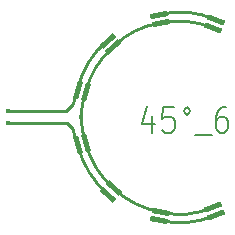
<source format=gbr>
%TF.GenerationSoftware,KiCad,Pcbnew,8.0.0*%
%TF.CreationDate,2024-03-07T16:43:38+08:00*%
%TF.ProjectId,LED_ring,4c45445f-7269-46e6-972e-6b696361645f,rev?*%
%TF.SameCoordinates,Original*%
%TF.FileFunction,Copper,L1,Top*%
%TF.FilePolarity,Positive*%
%FSLAX46Y46*%
G04 Gerber Fmt 4.6, Leading zero omitted, Abs format (unit mm)*
G04 Created by KiCad (PCBNEW 8.0.0) date 2024-03-07 16:43:38*
%MOMM*%
%LPD*%
G01*
G04 APERTURE LIST*
G04 Aperture macros list*
%AMRotRect*
0 Rectangle, with rotation*
0 The origin of the aperture is its center*
0 $1 length*
0 $2 width*
0 $3 Rotation angle, in degrees counterclockwise*
0 Add horizontal line*
21,1,$1,$2,0,0,$3*%
G04 Aperture macros list end*
%TA.AperFunction,Conductor*%
%ADD10C,0.254000*%
%TD*%
%ADD11C,0.203000*%
%TA.AperFunction,NonConductor*%
%ADD12C,0.203000*%
%TD*%
%TA.AperFunction,SMDPad,CuDef*%
%ADD13RotRect,0.450000X1.500000X227.729700*%
%TD*%
%TA.AperFunction,SMDPad,CuDef*%
%ADD14RotRect,0.450000X1.500000X259.549500*%
%TD*%
%TA.AperFunction,SMDPad,CuDef*%
%ADD15RotRect,0.450000X1.500000X100.450500*%
%TD*%
%TA.AperFunction,SMDPad,CuDef*%
%ADD16RotRect,0.450000X1.500000X195.909900*%
%TD*%
%TA.AperFunction,SMDPad,CuDef*%
%ADD17RotRect,0.450000X1.500000X68.630000*%
%TD*%
%TA.AperFunction,SMDPad,CuDef*%
%ADD18RotRect,0.450000X1.500000X132.270300*%
%TD*%
%TA.AperFunction,SMDPad,CuDef*%
%ADD19RotRect,0.450000X1.500000X164.090100*%
%TD*%
%TA.AperFunction,SMDPad,CuDef*%
%ADD20RotRect,0.450000X1.500000X291.369300*%
%TD*%
%TA.AperFunction,ViaPad*%
%ADD21C,0.500000*%
%TD*%
%TA.AperFunction,ViaPad*%
%ADD22C,0.400000*%
%TD*%
G04 APERTURE END LIST*
D10*
%TO.N,$1N2869*%
X149313500Y-104662500D02*
G75*
G02*
X149745006Y-106074999I-8698900J-3429600D01*
G01*
%TO.N,$1N2896*%
X149733500Y-101359000D02*
G75*
G02*
X149395000Y-102554500I-13656500J3221100D01*
G01*
X149733501Y-101359000D02*
G75*
G02*
X152286514Y-97213017I7122899J-1527100D01*
G01*
%TO.N,$1N2857*%
X161452000Y-111980999D02*
G75*
G02*
X156647001Y-112427996I-3054100J6780899D01*
G01*
%TO.N,CPO*%
X150417500Y-101554000D02*
G75*
G02*
X152765003Y-97739004I7148700J-1769100D01*
G01*
X156762000Y-95730001D02*
G75*
G02*
X161189491Y-96131521I1556000J-7453599D01*
G01*
X150429000Y-105880000D02*
G75*
G02*
X150417497Y-101553999I5958690J2178860D01*
G01*
X152803500Y-109735000D02*
G75*
G02*
X150429011Y-105879997I4731900J5573400D01*
G01*
X152765000Y-97739000D02*
G75*
G02*
X156762000Y-95729998I4887000J-4742300D01*
G01*
%TO.N,$1N2869*%
X152325000Y-110261500D02*
G75*
G02*
X149745001Y-106075000I5361100J6192100D01*
G01*
%TO.N,CPO*%
X156788500Y-111718500D02*
G75*
G02*
X152803504Y-109734996I1122500J7250000D01*
G01*
%TO.N,$1N2904*%
X156596500Y-95029001D02*
G75*
G02*
X161448493Y-95469515I1828800J-6797999D01*
G01*
%TO.N,CPO*%
X161193000Y-111319000D02*
G75*
G02*
X156788502Y-111718493I-2756800J5914300D01*
G01*
D11*
D12*
X156034385Y-103586010D02*
X156034385Y-105008344D01*
X155598909Y-102773249D02*
X155163432Y-104297177D01*
X155163432Y-104297177D02*
X156295671Y-104297177D01*
X157863385Y-102874844D02*
X156992433Y-102874844D01*
X156992433Y-102874844D02*
X156905337Y-103890796D01*
X156905337Y-103890796D02*
X156992433Y-103789201D01*
X156992433Y-103789201D02*
X157166623Y-103687606D01*
X157166623Y-103687606D02*
X157602099Y-103687606D01*
X157602099Y-103687606D02*
X157776290Y-103789201D01*
X157776290Y-103789201D02*
X157863385Y-103890796D01*
X157863385Y-103890796D02*
X157950480Y-104093987D01*
X157950480Y-104093987D02*
X157950480Y-104601963D01*
X157950480Y-104601963D02*
X157863385Y-104805153D01*
X157863385Y-104805153D02*
X157776290Y-104906749D01*
X157776290Y-104906749D02*
X157602099Y-105008344D01*
X157602099Y-105008344D02*
X157166623Y-105008344D01*
X157166623Y-105008344D02*
X156992433Y-104906749D01*
X156992433Y-104906749D02*
X156905337Y-104805153D01*
X158995623Y-102874844D02*
X158821433Y-102976439D01*
X158821433Y-102976439D02*
X158734338Y-103179629D01*
X158734338Y-103179629D02*
X158821433Y-103382820D01*
X158821433Y-103382820D02*
X158995623Y-103484415D01*
X158995623Y-103484415D02*
X159169814Y-103382820D01*
X159169814Y-103382820D02*
X159256909Y-103179629D01*
X159256909Y-103179629D02*
X159169814Y-102976439D01*
X159169814Y-102976439D02*
X158995623Y-102874844D01*
X159692386Y-105211534D02*
X161085909Y-105211534D01*
X162305243Y-102874844D02*
X161956862Y-102874844D01*
X161956862Y-102874844D02*
X161782671Y-102976439D01*
X161782671Y-102976439D02*
X161695576Y-103078034D01*
X161695576Y-103078034D02*
X161521386Y-103382820D01*
X161521386Y-103382820D02*
X161434290Y-103789201D01*
X161434290Y-103789201D02*
X161434290Y-104601963D01*
X161434290Y-104601963D02*
X161521386Y-104805153D01*
X161521386Y-104805153D02*
X161608481Y-104906749D01*
X161608481Y-104906749D02*
X161782671Y-105008344D01*
X161782671Y-105008344D02*
X162131052Y-105008344D01*
X162131052Y-105008344D02*
X162305243Y-104906749D01*
X162305243Y-104906749D02*
X162392338Y-104805153D01*
X162392338Y-104805153D02*
X162479433Y-104601963D01*
X162479433Y-104601963D02*
X162479433Y-104093987D01*
X162479433Y-104093987D02*
X162392338Y-103890796D01*
X162392338Y-103890796D02*
X162305243Y-103789201D01*
X162305243Y-103789201D02*
X162131052Y-103687606D01*
X162131052Y-103687606D02*
X161782671Y-103687606D01*
X161782671Y-103687606D02*
X161608481Y-103789201D01*
X161608481Y-103789201D02*
X161521386Y-103890796D01*
X161521386Y-103890796D02*
X161434290Y-104093987D01*
%TD*%
D13*
%TO.P,D6,A*%
%TO.N,CPO*%
X152803250Y-109734785D03*
%TO.P,D6,C*%
%TO.N,$1N2869*%
X152325011Y-110260911D03*
%TD*%
D14*
%TO.P,D7,A*%
%TO.N,CPO*%
X156788406Y-111718272D03*
%TO.P,D7,C*%
%TO.N,$1N2857*%
X156659440Y-112417478D03*
%TD*%
D15*
%TO.P,D2,A*%
%TO.N,CPO*%
X156762060Y-95729978D03*
%TO.P,D2,C*%
%TO.N,$1N2904*%
X156633094Y-95030772D03*
%TD*%
D16*
%TO.P,D5,A*%
%TO.N,CPO*%
X150428892Y-105880025D03*
%TO.P,D5,C*%
%TO.N,$1N2869*%
X149745128Y-106074928D03*
%TD*%
D17*
%TO.P,D1,A*%
%TO.N,CPO*%
X161189706Y-96131350D03*
%TO.P,D1,C*%
%TO.N,$1N2904*%
X161448787Y-95469234D03*
%TD*%
D18*
%TO.P,D3,A*%
%TO.N,CPO*%
X152764989Y-97738911D03*
%TO.P,D3,C*%
%TO.N,$1N2896*%
X152286750Y-97212785D03*
%TD*%
D19*
%TO.P,D4,A*%
%TO.N,CPO*%
X150417372Y-101553928D03*
%TO.P,D4,C*%
%TO.N,$1N2896*%
X149733608Y-101359025D03*
%TD*%
D20*
%TO.P,D8,A*%
%TO.N,CPO*%
X161192717Y-111319232D03*
%TO.P,D8,C*%
%TO.N,$1N2857*%
X161451789Y-111981351D03*
%TD*%
D21*
%TO.N,$1N2857*%
X156647000Y-112428000D03*
D22*
%TO.N,CPO*%
X150043000Y-103690500D03*
%TO.N,$1N2869*%
X143838500Y-104207500D03*
%TO.N,$1N2896*%
X143838500Y-103191500D03*
D21*
%TO.N,$1N2904*%
X156596500Y-95029000D03*
%TD*%
D10*
%TO.N,$1N2869*%
X148839000Y-104188000D02*
X143857500Y-104188000D01*
X143857500Y-104188000D02*
X143838500Y-104207500D01*
X149313500Y-104662500D02*
X148839000Y-104188000D01*
%TO.N,$1N2896*%
X143845000Y-103197500D02*
X143838500Y-103191500D01*
X149376000Y-102605000D02*
X148783500Y-103197500D01*
X148783500Y-103197500D02*
X143845000Y-103197500D01*
%TD*%
M02*

</source>
